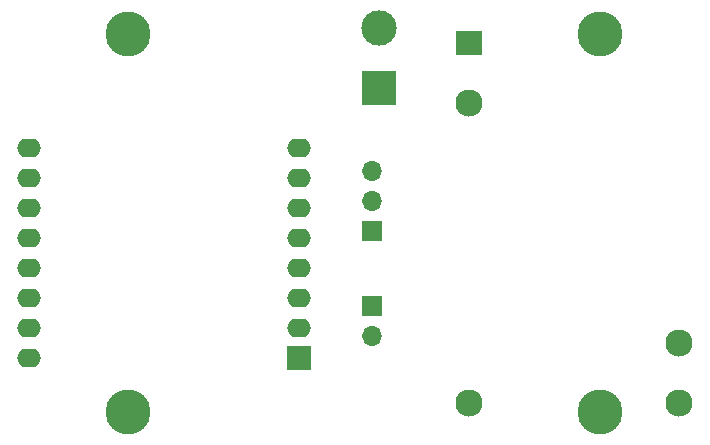
<source format=gbr>
%TF.GenerationSoftware,KiCad,Pcbnew,(7.0.0-0)*%
%TF.CreationDate,2023-07-04T17:21:08+02:00*%
%TF.ProjectId,clim-driver,636c696d-2d64-4726-9976-65722e6b6963,rev?*%
%TF.SameCoordinates,Original*%
%TF.FileFunction,Soldermask,Bot*%
%TF.FilePolarity,Negative*%
%FSLAX46Y46*%
G04 Gerber Fmt 4.6, Leading zero omitted, Abs format (unit mm)*
G04 Created by KiCad (PCBNEW (7.0.0-0)) date 2023-07-04 17:21:08*
%MOMM*%
%LPD*%
G01*
G04 APERTURE LIST*
%ADD10C,3.800000*%
%ADD11R,1.700000X1.700000*%
%ADD12O,1.700000X1.700000*%
%ADD13R,3.000000X3.000000*%
%ADD14C,3.000000*%
%ADD15R,2.000000X2.000000*%
%ADD16O,2.000000X1.600000*%
%ADD17R,2.300000X2.000000*%
%ADD18C,2.300000*%
G04 APERTURE END LIST*
D10*
%TO.C,REF\u002A\u002A*%
X100000000Y-82000000D03*
%TD*%
%TO.C,REF\u002A\u002A*%
X100000000Y-50000000D03*
%TD*%
D11*
%TO.C,J1*%
X120649999Y-66674999D03*
D12*
X120649999Y-64134999D03*
X120649999Y-61594999D03*
%TD*%
D10*
%TO.C,REF\u002A\u002A*%
X140000000Y-50000000D03*
%TD*%
D13*
%TO.C,J2*%
X121284999Y-54609999D03*
D14*
X121285000Y-49530000D03*
%TD*%
D15*
%TO.C,U1*%
X114449999Y-77469999D03*
D16*
X114449999Y-74929999D03*
X114449999Y-72389999D03*
X114449999Y-69849999D03*
X114449999Y-67309999D03*
X114449999Y-64769999D03*
X114449999Y-62229999D03*
X114449999Y-59689999D03*
X91589999Y-59689999D03*
X91589999Y-62229999D03*
X91589999Y-64769999D03*
X91589999Y-67309999D03*
X91589999Y-69849999D03*
X91589999Y-72389999D03*
X91589999Y-74929999D03*
X91589999Y-77469999D03*
%TD*%
D10*
%TO.C,REF\u002A\u002A*%
X140000000Y-82000000D03*
%TD*%
D11*
%TO.C,J3*%
X120649999Y-73024999D03*
D12*
X120649999Y-75564999D03*
%TD*%
D17*
%TO.C,PS1*%
X128904999Y-50799999D03*
D18*
X128905000Y-55880000D03*
X128905000Y-81280000D03*
X146685000Y-81280000D03*
X146685000Y-76200000D03*
%TD*%
M02*

</source>
